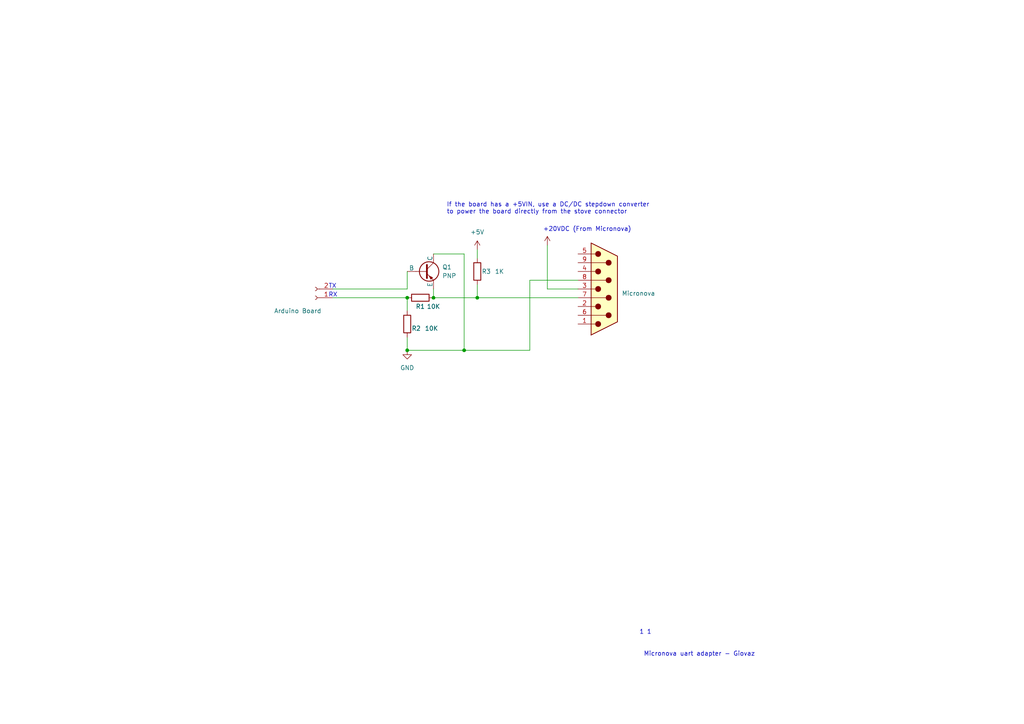
<source format=kicad_sch>
(kicad_sch (version 20230121) (generator eeschema)
  (paper "A4")
  (lib_symbols
    (symbol "Connector:Conn_01x02_Socket" (pin_names (offset 1.016) hide)
      (property "Reference" "J" (at 0 2.54 0))
      (property "Value" "Conn_01x02_Socket" (at 0 -5.08 0))
      (symbol "Conn_01x02_Socket_1_1"
        (arc (start 0 -2.032) (mid -0.5058 -2.54) (end 0 -3.048) (stroke (width 0.1524)))
        (polyline (pts (xy -1.27 -2.54) (xy -0.508 -2.54)) (stroke (width 0.1524)))
        (polyline (pts (xy -1.27 0) (xy -0.508 0)) (stroke (width 0.1524)))
        (arc (start 0 0.508) (mid -0.5058 0) (end 0 -0.508) (stroke (width 0.1524)))
        (pin passive line (at -5.08 0 0) (length 3.81) (name "Pin_1") (number "1"))
        (pin passive line (at -5.08 -2.54 0) (length 3.81) (name "Pin_2") (number "2"))
      )
    )
    (symbol "Connector:DE9_Plug" (pin_names (offset 1.016) hide)
      (property "Reference" "J" (at 0 13.97 0))
      (property "Value" "DE9_Plug" (at 0 -14.605 0))
      (symbol "DE9_Plug_0_1"
        (circle (center -1.778 -10.16) (radius 0.762) (fill (type outline)))
        (circle (center -1.778 -5.08) (radius 0.762) (fill (type outline)))
        (circle (center -1.778 0) (radius 0.762) (fill (type outline)))
        (circle (center -1.778 5.08) (radius 0.762) (fill (type outline)))
        (circle (center -1.778 10.16) (radius 0.762) (fill (type outline)))
        (polyline (pts (xy -3.81 -10.16) (xy -2.54 -10.16)))
        (polyline (pts (xy -3.81 -7.62) (xy 0.508 -7.62)))
        (polyline (pts (xy -3.81 -5.08) (xy -2.54 -5.08)))
        (polyline (pts (xy -3.81 -2.54) (xy 0.508 -2.54)))
        (polyline (pts (xy -3.81 0) (xy -2.54 0)))
        (polyline (pts (xy -3.81 2.54) (xy 0.508 2.54)))
        (polyline (pts (xy -3.81 5.08) (xy -2.54 5.08)))
        (polyline (pts (xy -3.81 7.62) (xy 0.508 7.62)))
        (polyline (pts (xy -3.81 10.16) (xy -2.54 10.16)))
        (polyline (pts (xy -3.81 -13.335) (xy -3.81 13.335) (xy 3.81 9.525) (xy 3.81 -9.525) (xy -3.81 -13.335)) (stroke (width 0.254)) (fill (type background)))
        (circle (center 1.27 -7.62) (radius 0.762) (fill (type outline)))
        (circle (center 1.27 -2.54) (radius 0.762) (fill (type outline)))
        (circle (center 1.27 2.54) (radius 0.762) (fill (type outline)))
        (circle (center 1.27 7.62) (radius 0.762) (fill (type outline)))
      )
      (symbol "DE9_Plug_1_1"
        (pin passive line (at -7.62 -10.16 0) (length 3.81) (name "1") (number "1"))
        (pin passive line (at -7.62 -5.08 0) (length 3.81) (name "2") (number "2"))
        (pin passive line (at -7.62 0 0) (length 3.81) (name "3") (number "3"))
        (pin passive line (at -7.62 5.08 0) (length 3.81) (name "4") (number "4"))
        (pin passive line (at -7.62 10.16 0) (length 3.81) (name "5") (number "5"))
        (pin passive line (at -7.62 -7.62 0) (length 3.81) (name "6") (number "6"))
        (pin passive line (at -7.62 -2.54 0) (length 3.81) (name "7") (number "7"))
        (pin passive line (at -7.62 2.54 0) (length 3.81) (name "8") (number "8"))
        (pin passive line (at -7.62 7.62 0) (length 3.81) (name "9") (number "9"))
      )
    )
    (symbol "Device:R" (pin_numbers hide) (pin_names (offset 0))
      (property "Reference" "R" (at 2.032 0 90))
      (property "Value" "R" (at 0 0 90))
      (symbol "R_0_1"
        (rectangle (start -1.016 -2.54) (end 1.016 2.54) (stroke (width 0.254)))
      )
      (symbol "R_1_1"
        (pin passive line (at 0 3.81 270) (length 1.27) (name "~") (number "1"))
        (pin passive line (at 0 -3.81 90) (length 1.27) (name "~") (number "2"))
      )
    )
    (symbol "Simulation_SPICE:PNP" (pin_numbers hide) (pin_names (offset 0))
      (property "Reference" "Q" (at -2.54 7.62 0))
      (property "Value" "PNP" (at -2.54 5.08 0))
      (symbol "PNP_0_1"
        (polyline (pts (xy -2.54 0) (xy 0.635 0)) (stroke (width 0.1524)))
        (polyline (pts (xy 0.635 0.635) (xy 2.54 2.54)))
        (polyline (pts (xy 0.635 -0.635) (xy 2.54 -2.54) (xy 2.54 -2.54)))
        (polyline (pts (xy 0.635 1.905) (xy 0.635 -1.905) (xy 0.635 -1.905)) (stroke (width 0.508)))
        (polyline (pts (xy 2.286 -1.778) (xy 1.778 -2.286) (xy 1.27 -1.27) (xy 2.286 -1.778) (xy 2.286 -1.778)) (fill (type outline)))
        (circle (center 1.27 0) (radius 2.8194) (stroke (width 0.254)))
      )
      (symbol "PNP_1_1"
        (pin open_collector line (at 2.54 5.08 270) (length 2.54) (name "C") (number "1"))
        (pin input line (at -5.08 0 0) (length 2.54) (name "B") (number "2"))
        (pin open_emitter line (at 2.54 -5.08 90) (length 2.54) (name "E") (number "3"))
      )
    )
    (symbol "power:+5V" (power) (pin_names (offset 0))
      (property "Value" "+5V" (at 0 3.556 0))
      (symbol "+5V_0_1"
        (polyline (pts (xy -0.762 1.27) (xy 0 2.54)))
        (polyline (pts (xy 0 0) (xy 0 2.54)))
        (polyline (pts (xy 0 2.54) (xy 0.762 1.27)))
      )
      (symbol "+5V_1_1"
        (pin power_in line (at 0 0 90) (length 0) hide (name "+5V") (number "1"))
      )
    )
    (symbol "power:GND" (power) (pin_names (offset 0))
      (property "Value" "GND" (at 0 -3.81 0))
      (symbol "GND_0_1"
        (polyline (pts (xy 0 0) (xy 0 -1.27) (xy 1.27 -1.27) (xy 0 -2.54) (xy -1.27 -1.27) (xy 0 -1.27)))
      )
      (symbol "GND_1_1"
        (pin power_in line (at 0 0 270) (length 0) hide (name "GND") (number "1"))
      )
    )
    (symbol "power:VDC" (power) (pin_names (offset 0))
      (property "Value" "VDC" (at 0 6.35 0))
      (symbol "VDC_0_1"
        (polyline (pts (xy -0.762 1.27) (xy 0 2.54)))
        (polyline (pts (xy 0 0) (xy 0 2.54)))
        (polyline (pts (xy 0 2.54) (xy 0.762 1.27)))
      )
      (symbol "VDC_1_1"
        (pin power_in line (at 0 0 90) (length 0) hide (name "VDC") (number "1"))
      )
    )
  )
  (junction (at 125.73 86.36))
  (junction (at 138.43 86.36))
  (junction (at 118.11 86.36))
  (junction (at 134.62 101.6))
  (junction (at 118.11 101.6))
  (wire (pts (xy 118.11 83.82) (xy 118.11 78.74)))
  (wire (pts (xy 153.67 81.28) (xy 167.64 81.28)))
  (wire (pts (xy 125.73 83.82) (xy 125.73 86.36)))
  (wire (pts (xy 118.11 97.79) (xy 118.11 101.6)))
  (wire (pts (xy 96.52 83.82) (xy 118.11 83.82)))
  (wire (pts (xy 118.11 101.6) (xy 134.62 101.6)))
  (wire (pts (xy 138.43 72.39) (xy 138.43 74.93)))
  (wire (pts (xy 138.43 86.36) (xy 125.73 86.36)))
  (wire (pts (xy 138.43 82.55) (xy 138.43 86.36)))
  (wire (pts (xy 118.11 86.36) (xy 118.11 90.17)))
  (wire (pts (xy 153.67 101.6) (xy 153.67 81.28)))
  (wire (pts (xy 138.43 86.36) (xy 167.64 86.36)))
  (wire (pts (xy 134.62 73.66) (xy 134.62 101.6)))
  (wire (pts (xy 158.75 83.82) (xy 158.75 71.12)))
  (wire (pts (xy 125.73 73.66) (xy 134.62 73.66)))
  (wire (pts (xy 158.75 83.82) (xy 167.64 83.82)))
  (wire (pts (xy 96.52 86.36) (xy 118.11 86.36)))
  (wire (pts (xy 134.62 101.6) (xy 153.67 101.6)))
  (text "Micronova uart adapter - Giovaz" (at 186.69 190.5 0) (effects (font (size 1.27 1.27)) (justify left bottom)))
  (text "TX" (at 95.25 83.82 0) (effects (font (size 1.27 1.27)) (justify left bottom)))
  (text "1 1" (at 185.42 184.15 0) (effects (font (size 1.27 1.27)) (justify left bottom)))
  (text "RX" (at 95.25 86.36 0) (effects (font (size 1.27 1.27)) (justify left bottom)))
  (text "+20VDC (From Micronova)" (at 157.48 67.31 0) (effects (font (size 1.27 1.27)) (justify left bottom)))
  (text "If the board has a +5VIN, use a DC/DC stepdown converter\nto power the board directly from the stove connector" (at 129.54 62.23 0) (effects (font (size 1.27 1.27)) (justify left bottom)))
  (symbol (lib_id "Connector:Conn_01x02_Socket") (at 91.44 86.36 180) (unit 1)
    (property "Reference" "J?" (effects hide))
    (property "Value" "Arduino Board" (at 86.36 90.17 0))
  )
  (symbol (lib_id "Simulation_SPICE:PNP") (at 123.19 78.74 0) (unit 1)
    (property "Reference" "Q1" (at 128.27 77.47 0) (effects (justify left)))
    (property "Value" "PNP" (at 128.27 80.01 0) (effects (justify left)))
    (property "Datasheet" "https://ngspice.sourceforge.io/docs/ngspice-html-manual/manual.xhtml#cha_BJTs" (effects hide))
    (property "Sim.Device" "PNP" (effects hide))
    (property "Sim.Type" "GUMMELPOON" (effects hide))
    (property "Sim.Pins" "1=C 2=B 3=E" (effects hide))
  )
  (symbol (lib_id "Device:R") (at 138.43 78.74 180) (unit 1)
    (property "Reference" "R3" (at 139.7 78.74 0) (effects (justify right)))
    (property "Value" "1K" (at 143.51 78.74 0) (effects (justify right)))
  )
  (symbol (lib_id "power:VDC") (at 158.75 71.12 0) (unit 1)
    (property "Reference" "#PWR03" (effects hide))
    (property "Value" "VDC" (effects hide))
  )
  (symbol (lib_id "power:GND") (at 118.11 101.6 0) (unit 1)
    (property "Reference" "#PWR02" (effects hide))
    (property "Value" "GND" (at 118.11 106.68 0))
  )
  (symbol (lib_id "Connector:DE9_Plug") (at 175.26 83.82 0) (unit 1)
    (property "Reference" "J?" (effects hide))
    (property "Value" "Micronova" (at 180.34 85.09 0) (effects (justify left)))
    (property "Datasheet" " ~" (effects hide))
  )
  (symbol (lib_id "Device:R") (at 118.11 93.98 180) (unit 1)
    (property "Reference" "R2" (at 119.38 95.25 0) (effects (justify right)))
    (property "Value" "10K" (at 123.19 95.25 0) (effects (justify right)))
  )
  (symbol (lib_id "power:+5V") (at 138.43 72.39 0) (unit 1)
    (property "Reference" "#PWR01" (effects hide))
    (property "Value" "+5V" (at 138.43 67.31 0))
  )
  (symbol (lib_id "Device:R") (at 121.92 86.36 270) (unit 1)
    (property "Reference" "10K" (at 125.73 88.9 90))
    (property "Value" "R1" (at 121.92 88.9 90))
  )
)
</source>
